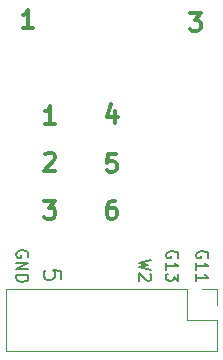
<source format=gbr>
G04 #@! TF.GenerationSoftware,KiCad,Pcbnew,(5.0.0)*
G04 #@! TF.CreationDate,2018-10-02T14:41:49-05:00*
G04 #@! TF.ProjectId,PotBreakout,506F74427265616B6F75742E6B696361,1*
G04 #@! TF.SameCoordinates,Original*
G04 #@! TF.FileFunction,Legend,Top*
G04 #@! TF.FilePolarity,Positive*
%FSLAX46Y46*%
G04 Gerber Fmt 4.6, Leading zero omitted, Abs format (unit mm)*
G04 Created by KiCad (PCBNEW (5.0.0)) date 10/02/18 14:41:49*
%MOMM*%
%LPD*%
G01*
G04 APERTURE LIST*
%ADD10C,0.200000*%
%ADD11C,0.150000*%
%ADD12C,0.300000*%
%ADD13C,0.120000*%
G04 APERTURE END LIST*
D10*
X159250000Y-109037523D02*
X159297619Y-108942285D01*
X159297619Y-108799428D01*
X159250000Y-108656571D01*
X159154761Y-108561333D01*
X159059523Y-108513714D01*
X158869047Y-108466095D01*
X158726190Y-108466095D01*
X158535714Y-108513714D01*
X158440476Y-108561333D01*
X158345238Y-108656571D01*
X158297619Y-108799428D01*
X158297619Y-108894666D01*
X158345238Y-109037523D01*
X158392857Y-109085142D01*
X158726190Y-109085142D01*
X158726190Y-108894666D01*
X158297619Y-110037523D02*
X158297619Y-109466095D01*
X158297619Y-109751809D02*
X159297619Y-109751809D01*
X159154761Y-109656571D01*
X159059523Y-109561333D01*
X159011904Y-109466095D01*
X158297619Y-110989904D02*
X158297619Y-110418476D01*
X158297619Y-110704190D02*
X159297619Y-110704190D01*
X159154761Y-110608952D01*
X159059523Y-110513714D01*
X159011904Y-110418476D01*
D11*
X144010000Y-108966095D02*
X144057619Y-108870857D01*
X144057619Y-108728000D01*
X144010000Y-108585142D01*
X143914761Y-108489904D01*
X143819523Y-108442285D01*
X143629047Y-108394666D01*
X143486190Y-108394666D01*
X143295714Y-108442285D01*
X143200476Y-108489904D01*
X143105238Y-108585142D01*
X143057619Y-108728000D01*
X143057619Y-108823238D01*
X143105238Y-108966095D01*
X143152857Y-109013714D01*
X143486190Y-109013714D01*
X143486190Y-108823238D01*
X143057619Y-109442285D02*
X144057619Y-109442285D01*
X143057619Y-110013714D01*
X144057619Y-110013714D01*
X143057619Y-110489904D02*
X144057619Y-110489904D01*
X144057619Y-110728000D01*
X144010000Y-110870857D01*
X143914761Y-110966095D01*
X143819523Y-111013714D01*
X143629047Y-111061333D01*
X143486190Y-111061333D01*
X143295714Y-111013714D01*
X143200476Y-110966095D01*
X143105238Y-110870857D01*
X143057619Y-110728000D01*
X143057619Y-110489904D01*
D10*
X146871428Y-110847142D02*
X146871428Y-110132857D01*
X146157142Y-110061428D01*
X146228571Y-110132857D01*
X146300000Y-110275714D01*
X146300000Y-110632857D01*
X146228571Y-110775714D01*
X146157142Y-110847142D01*
X146014285Y-110918571D01*
X145657142Y-110918571D01*
X145514285Y-110847142D01*
X145442857Y-110775714D01*
X145371428Y-110632857D01*
X145371428Y-110275714D01*
X145442857Y-110132857D01*
X145514285Y-110061428D01*
D12*
X151415714Y-104207571D02*
X151130000Y-104207571D01*
X150987142Y-104279000D01*
X150915714Y-104350428D01*
X150772857Y-104564714D01*
X150701428Y-104850428D01*
X150701428Y-105421857D01*
X150772857Y-105564714D01*
X150844285Y-105636142D01*
X150987142Y-105707571D01*
X151272857Y-105707571D01*
X151415714Y-105636142D01*
X151487142Y-105564714D01*
X151558571Y-105421857D01*
X151558571Y-105064714D01*
X151487142Y-104921857D01*
X151415714Y-104850428D01*
X151272857Y-104779000D01*
X150987142Y-104779000D01*
X150844285Y-104850428D01*
X150772857Y-104921857D01*
X150701428Y-105064714D01*
X151487142Y-100270571D02*
X150772857Y-100270571D01*
X150701428Y-100984857D01*
X150772857Y-100913428D01*
X150915714Y-100842000D01*
X151272857Y-100842000D01*
X151415714Y-100913428D01*
X151487142Y-100984857D01*
X151558571Y-101127714D01*
X151558571Y-101484857D01*
X151487142Y-101627714D01*
X151415714Y-101699142D01*
X151272857Y-101770571D01*
X150915714Y-101770571D01*
X150772857Y-101699142D01*
X150701428Y-101627714D01*
X151415714Y-96579571D02*
X151415714Y-97579571D01*
X151058571Y-96008142D02*
X150701428Y-97079571D01*
X151630000Y-97079571D01*
X157742000Y-88332571D02*
X158670571Y-88332571D01*
X158170571Y-88904000D01*
X158384857Y-88904000D01*
X158527714Y-88975428D01*
X158599142Y-89046857D01*
X158670571Y-89189714D01*
X158670571Y-89546857D01*
X158599142Y-89689714D01*
X158527714Y-89761142D01*
X158384857Y-89832571D01*
X157956285Y-89832571D01*
X157813428Y-89761142D01*
X157742000Y-89689714D01*
X144446571Y-89578571D02*
X143589428Y-89578571D01*
X144018000Y-89578571D02*
X144018000Y-88078571D01*
X143875142Y-88292857D01*
X143732285Y-88435714D01*
X143589428Y-88507142D01*
X145423000Y-104207571D02*
X146351571Y-104207571D01*
X145851571Y-104779000D01*
X146065857Y-104779000D01*
X146208714Y-104850428D01*
X146280142Y-104921857D01*
X146351571Y-105064714D01*
X146351571Y-105421857D01*
X146280142Y-105564714D01*
X146208714Y-105636142D01*
X146065857Y-105707571D01*
X145637285Y-105707571D01*
X145494428Y-105636142D01*
X145423000Y-105564714D01*
X145494428Y-100286428D02*
X145565857Y-100215000D01*
X145708714Y-100143571D01*
X146065857Y-100143571D01*
X146208714Y-100215000D01*
X146280142Y-100286428D01*
X146351571Y-100429285D01*
X146351571Y-100572142D01*
X146280142Y-100786428D01*
X145423000Y-101643571D01*
X146351571Y-101643571D01*
X146351571Y-97706571D02*
X145494428Y-97706571D01*
X145923000Y-97706571D02*
X145923000Y-96206571D01*
X145780142Y-96420857D01*
X145637285Y-96563714D01*
X145494428Y-96635142D01*
D10*
X154471619Y-109204238D02*
X153471619Y-109442333D01*
X154185904Y-109632809D01*
X153471619Y-109823285D01*
X154471619Y-110061380D01*
X154376380Y-110394714D02*
X154424000Y-110442333D01*
X154471619Y-110537571D01*
X154471619Y-110775666D01*
X154424000Y-110870904D01*
X154376380Y-110918523D01*
X154281142Y-110966142D01*
X154185904Y-110966142D01*
X154043047Y-110918523D01*
X153471619Y-110347095D01*
X153471619Y-110966142D01*
X156710000Y-109037523D02*
X156757619Y-108942285D01*
X156757619Y-108799428D01*
X156710000Y-108656571D01*
X156614761Y-108561333D01*
X156519523Y-108513714D01*
X156329047Y-108466095D01*
X156186190Y-108466095D01*
X155995714Y-108513714D01*
X155900476Y-108561333D01*
X155805238Y-108656571D01*
X155757619Y-108799428D01*
X155757619Y-108894666D01*
X155805238Y-109037523D01*
X155852857Y-109085142D01*
X156186190Y-109085142D01*
X156186190Y-108894666D01*
X155757619Y-110037523D02*
X155757619Y-109466095D01*
X155757619Y-109751809D02*
X156757619Y-109751809D01*
X156614761Y-109656571D01*
X156519523Y-109561333D01*
X156471904Y-109466095D01*
X156757619Y-110370857D02*
X156757619Y-110989904D01*
X156376666Y-110656571D01*
X156376666Y-110799428D01*
X156329047Y-110894666D01*
X156281428Y-110942285D01*
X156186190Y-110989904D01*
X155948095Y-110989904D01*
X155852857Y-110942285D01*
X155805238Y-110894666D01*
X155757619Y-110799428D01*
X155757619Y-110513714D01*
X155805238Y-110418476D01*
X155852857Y-110370857D01*
D13*
G04 #@! TO.C,J1*
X142180000Y-111700000D02*
X142180000Y-116900000D01*
X157480000Y-111700000D02*
X142180000Y-111700000D01*
X160080000Y-116900000D02*
X142180000Y-116900000D01*
X157480000Y-111700000D02*
X157480000Y-114300000D01*
X157480000Y-114300000D02*
X160080000Y-114300000D01*
X160080000Y-114300000D02*
X160080000Y-116900000D01*
X158750000Y-111700000D02*
X160080000Y-111700000D01*
X160080000Y-111700000D02*
X160080000Y-113030000D01*
G04 #@! TD*
M02*

</source>
